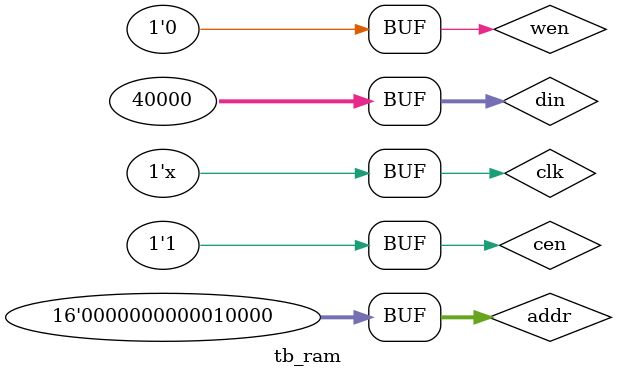
<source format=v>
`timescale 1ns/100ps

module tb_ram;
	reg clk;
	reg cen, wen;
	reg[15:0] addr; //addr = 00000(0) ~ 11111(31)
	reg[31:0] din;
	wire[31:0] dout;
	
	ram ram_1(clk, cen, wen, addr, din, dout);
	
	always
		begin
			#5; clk = ~clk; //cycle of clk is 10ns
		end
	
	initial
		begin
			clk = 1'b0; #4; cen = 1'b0; wen = 1'b0; addr = 16'b0000_0000_0000_0000; din = 32'h0000_0000; #10;
			addr = 16'b0000_0000_0000_0001; #10;
			addr = 16'b0000_0000_0000_0010; #10;
			addr = 16'b0000_0000_0000_0100; #10;
			addr = 16'b0000_0000_0000_1000; #10;
			addr = 16'b0000_0000_0001_0000; #10; //addr increase but do nothing
			
			cen = 1'b1; wen = 1'b1; din = 10000; addr = 16'b0000_0000_0000_0000; #10;
			din = 20000; addr = 16'b0000_0000_0000_0001; #10;
			din = 30000; addr = 16'b0000_0000_0000_0010; #10;
			din = 40000; addr = 16'b0000_0000_0000_0100; #10; //write 4 values
		
			cen = 1'b1; wen = 1'b0; addr = 16'b0000_0000_0000_0010; #10;
			addr = 16'b0000_0000_0000_0100; #10;
			addr = 16'b0000_0000_0000_1000; #10;
			addr = 16'b0000_0000_0001_0000; #10; //read 4 values (only 2 values are meaningfull)
		end
endmodule 
</source>
